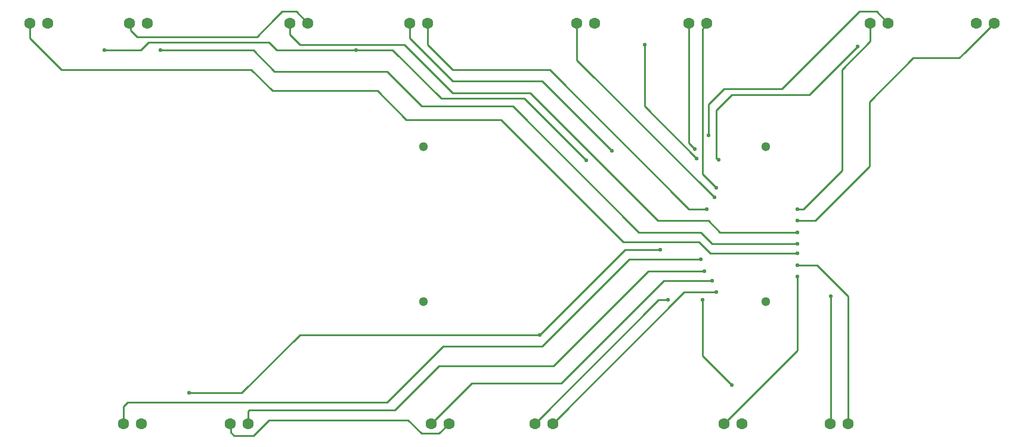
<source format=gbl>
G04*
G04 #@! TF.GenerationSoftware,Altium Limited,Altium Designer,20.0.11 (256)*
G04*
G04 Layer_Physical_Order=2*
G04 Layer_Color=16711680*
%FSLAX25Y25*%
%MOIN*%
G70*
G01*
G75*
%ADD13C,0.01000*%
%ADD26C,0.05118*%
%ADD27C,0.06299*%
%ADD28C,0.02284*%
D13*
X347539Y113681D02*
X367028D01*
X291240Y198130D02*
X325886Y163484D01*
X383268Y173228D02*
Y240354D01*
Y173228D02*
X386516Y169980D01*
X390846Y155906D02*
Y237119D01*
Y155906D02*
X398425Y148327D01*
X390846Y237119D02*
X393268Y239540D01*
X394094Y177559D02*
Y194882D01*
X402756Y203543D01*
X393268Y239540D02*
Y240354D01*
X402756Y203543D02*
X435236D01*
X474213Y242520D01*
X399167Y164567D02*
X399660Y164074D01*
X398425Y164567D02*
X399167D01*
X398425Y191634D02*
X407087Y200295D01*
X398425Y164567D02*
Y191634D01*
X450394Y200295D02*
X477461Y227362D01*
X407087Y200295D02*
X450394D01*
X300984Y207874D02*
X339961Y168898D01*
X251181Y207874D02*
X300984D01*
X227106Y231949D02*
Y240354D01*
Y231949D02*
X251181Y207874D01*
X74705Y232776D02*
X141831D01*
X151575Y242520D02*
Y242520D01*
X70425Y240354D02*
X71063Y239716D01*
Y236417D02*
Y239716D01*
X151575Y242520D02*
X155905Y246850D01*
X71063Y236417D02*
X74705Y232776D01*
X141831D02*
X151575Y242520D01*
X163740Y246850D02*
X170236Y240354D01*
X155905Y246850D02*
X163740D01*
X383268Y136417D02*
X393012D01*
X251181Y214370D02*
X305315D01*
X383268Y136417D01*
X284744Y193799D02*
X355118Y123425D01*
X233858Y193799D02*
X284744D01*
X355118Y123425D02*
X389764D01*
X346457Y118012D02*
X388681D01*
X225197Y186221D02*
X278248D01*
X346457Y118012D01*
X398425Y148327D02*
Y148327D01*
X387598Y164567D02*
X387598D01*
X358366Y193799D02*
X387598Y164567D01*
X244685Y198130D02*
X291240D01*
X217618Y225197D02*
X244685Y198130D01*
X197047Y225197D02*
X217618D01*
X251181Y201378D02*
X294488D01*
X165650Y228445D02*
X224114D01*
X251181Y201378D01*
X249016Y16240D02*
X249016D01*
X243602Y10827D02*
X249016Y16240D01*
X233858Y10827D02*
X243602D01*
X148327Y18406D02*
X226279D01*
X233858Y10827D01*
X139665Y9744D02*
X148327Y18406D01*
X128839Y9744D02*
X139665D01*
X126673Y16240D02*
X126992Y15921D01*
Y11591D02*
Y15921D01*
Y11591D02*
X128839Y9744D01*
X165650Y66043D02*
X299902D01*
X133169Y33563D02*
X165650Y66043D01*
X299902D02*
X347539Y113681D01*
X296988Y16240D02*
X366280Y85532D01*
X371358D01*
X390846Y54134D02*
X407087Y37894D01*
X390846Y54134D02*
Y85532D01*
X358366Y193799D02*
Y228445D01*
X474213Y242520D02*
X478543Y246850D01*
X474213Y242520D02*
X474213D01*
X488091Y246850D02*
X494587Y240354D01*
X478543Y246850D02*
X488091D01*
X152657Y225197D02*
X197047D01*
X160236Y233858D02*
X165650Y228445D01*
X81201Y229528D02*
X148327D01*
X152657Y225197D01*
X76870D02*
X81201Y229528D01*
X56299Y225197D02*
X76870D01*
X138583Y214370D02*
X150492Y202461D01*
X32480Y214370D02*
X138583D01*
X14902Y231949D02*
X32480Y214370D01*
X462047Y16240D02*
X462303Y16496D01*
Y87697D01*
X443898Y57382D02*
Y98524D01*
X402756Y16240D02*
X443898Y57382D01*
X214370Y28150D02*
X245768Y59547D01*
X349705Y108268D02*
X389764D01*
X245768Y59547D02*
X300984D01*
X349705Y108268D01*
X218701Y23819D02*
X243602Y48720D01*
X360531Y101772D02*
X391929D01*
X243602Y48720D02*
X307480D01*
X360531Y101772D01*
X239016Y16240D02*
X261880Y39104D01*
X369193Y96358D02*
X396260D01*
X261880Y39104D02*
X311939D01*
X369193Y96358D01*
X306988Y16240D02*
Y16240D01*
X380610Y89862D02*
X398425D01*
X306988Y16240D02*
X380610Y89862D01*
X103937Y33563D02*
X133169D01*
X67126Y25984D02*
X69291Y28150D01*
X214370D01*
X136673Y23172D02*
X137320Y23819D01*
X218701D01*
X67126Y16240D02*
Y25984D01*
X136673Y16240D02*
Y23172D01*
X454724Y105020D02*
X472047Y87697D01*
Y16240D02*
Y87697D01*
X14902Y231949D02*
Y240354D01*
X87697Y225197D02*
X139665D01*
X160236Y233858D02*
Y240354D01*
X237106Y228445D02*
Y240354D01*
Y228445D02*
X251181Y214370D01*
X320472Y219783D02*
Y223031D01*
Y240354D01*
X508492Y220866D02*
X534197D01*
X537445Y224114D02*
X537445D01*
X534197Y220866D02*
X537445Y224114D01*
X484587Y230157D02*
Y240354D01*
X468799Y214370D02*
X484587Y230157D01*
X537445Y224114D02*
X553685Y240354D01*
X443898Y136417D02*
X447146D01*
X468799Y158071D01*
Y214370D01*
X443898Y129921D02*
X453642D01*
X483957Y160236D02*
Y196330D01*
X453642Y129921D02*
X483957Y160236D01*
Y196330D02*
X508492Y220866D01*
X150492Y202461D02*
X208957D01*
X139665Y225197D02*
X151575Y213287D01*
X214370D01*
X208957Y202461D02*
X225197Y186221D01*
X388681Y118012D02*
X395177Y111516D01*
X214370Y213287D02*
X233858Y193799D01*
X389764Y123425D02*
X396260Y116929D01*
X394094Y129921D02*
X400591Y123425D01*
X365945Y129921D02*
X394094D01*
X294488Y201378D02*
X365945Y129921D01*
X400591Y123425D02*
X443898D01*
X396260Y116929D02*
X443898D01*
X395177Y111516D02*
X443898D01*
X320472Y219783D02*
X397342Y142913D01*
X443898Y105020D02*
X454724D01*
D26*
X426024Y84646D02*
D03*
Y171260D02*
D03*
X234685Y84646D02*
D03*
Y171260D02*
D03*
D27*
X296988Y16240D02*
D03*
X306988D02*
D03*
X462047D02*
D03*
X472047D02*
D03*
X249016Y16240D02*
D03*
X239016D02*
D03*
X24902Y240354D02*
D03*
X14902D02*
D03*
X494587Y240354D02*
D03*
X484587D02*
D03*
X126673Y16240D02*
D03*
X136673D02*
D03*
X70425Y240354D02*
D03*
X80425D02*
D03*
X227106D02*
D03*
X237106D02*
D03*
X543685Y240354D02*
D03*
X553685D02*
D03*
X412756Y16240D02*
D03*
X402756D02*
D03*
X383268Y240354D02*
D03*
X393268D02*
D03*
X330472Y240354D02*
D03*
X320472D02*
D03*
X170236Y240354D02*
D03*
X160236D02*
D03*
X77126Y16240D02*
D03*
X67126D02*
D03*
D28*
X367028Y113681D02*
D03*
X325886Y163484D02*
D03*
X386516Y169980D02*
D03*
X394094Y177559D02*
D03*
X399660Y164074D02*
D03*
X339961Y168898D02*
D03*
X398425Y148327D02*
D03*
X387598Y164567D02*
D03*
X371358Y85532D02*
D03*
X390846D02*
D03*
X462303Y87697D02*
D03*
X358366Y228445D02*
D03*
X477461Y227362D02*
D03*
X197047Y225197D02*
D03*
X87697D02*
D03*
X56299D02*
D03*
X407087Y37894D02*
D03*
X299902Y66043D02*
D03*
X103937Y33563D02*
D03*
X393012Y136417D02*
D03*
X397342Y142913D02*
D03*
X398425Y89862D02*
D03*
X389764Y108268D02*
D03*
X391929Y101772D02*
D03*
X396260Y96358D02*
D03*
X443898Y98524D02*
D03*
Y105020D02*
D03*
Y111516D02*
D03*
Y116929D02*
D03*
Y123425D02*
D03*
Y129921D02*
D03*
Y136417D02*
D03*
M02*

</source>
